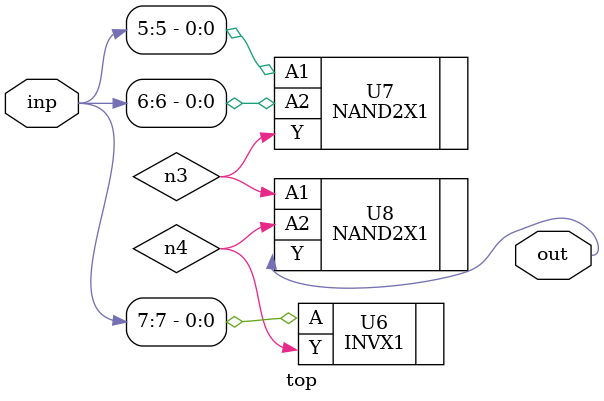
<source format=sv>


module top ( inp, out );
  input [7:0] inp;
  output out;
  wire   n3, n4;

  INVX1 U6 ( .A(inp[7]), .Y(n4) );
  NAND2X1 U7 ( .A1(inp[5]), .A2(inp[6]), .Y(n3) );
  NAND2X1 U8 ( .A1(n3), .A2(n4), .Y(out) );
endmodule


</source>
